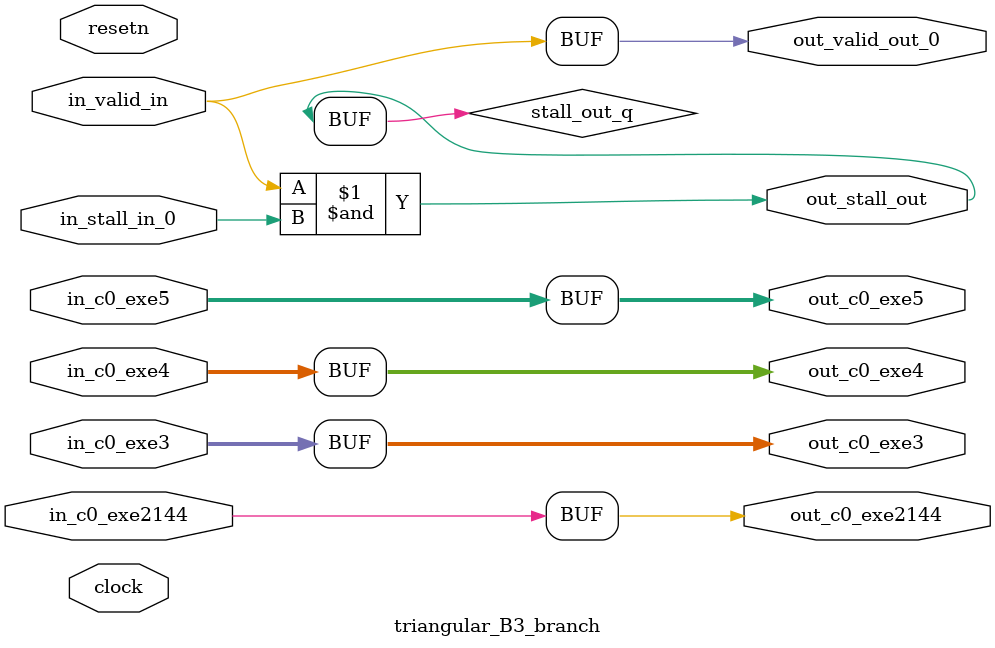
<source format=sv>



(* altera_attribute = "-name AUTO_SHIFT_REGISTER_RECOGNITION OFF; -name MESSAGE_DISABLE 10036; -name MESSAGE_DISABLE 10037; -name MESSAGE_DISABLE 14130; -name MESSAGE_DISABLE 14320; -name MESSAGE_DISABLE 15400; -name MESSAGE_DISABLE 14130; -name MESSAGE_DISABLE 10036; -name MESSAGE_DISABLE 12020; -name MESSAGE_DISABLE 12030; -name MESSAGE_DISABLE 12010; -name MESSAGE_DISABLE 12110; -name MESSAGE_DISABLE 14320; -name MESSAGE_DISABLE 13410; -name MESSAGE_DISABLE 113007; -name MESSAGE_DISABLE 10958" *)
module triangular_B3_branch (
    input wire [0:0] in_c0_exe2144,
    input wire [31:0] in_c0_exe3,
    input wire [31:0] in_c0_exe4,
    input wire [31:0] in_c0_exe5,
    input wire [0:0] in_stall_in_0,
    input wire [0:0] in_valid_in,
    output wire [0:0] out_c0_exe2144,
    output wire [31:0] out_c0_exe3,
    output wire [31:0] out_c0_exe4,
    output wire [31:0] out_c0_exe5,
    output wire [0:0] out_stall_out,
    output wire [0:0] out_valid_out_0,
    input wire clock,
    input wire resetn
    );

    wire [0:0] stall_out_q;


    // out_c0_exe2144(GPOUT,8)
    assign out_c0_exe2144 = in_c0_exe2144;

    // out_c0_exe3(GPOUT,9)
    assign out_c0_exe3 = in_c0_exe3;

    // out_c0_exe4(GPOUT,10)
    assign out_c0_exe4 = in_c0_exe4;

    // out_c0_exe5(GPOUT,11)
    assign out_c0_exe5 = in_c0_exe5;

    // stall_out(LOGICAL,14)
    assign stall_out_q = in_valid_in & in_stall_in_0;

    // out_stall_out(GPOUT,12)
    assign out_stall_out = stall_out_q;

    // out_valid_out_0(GPOUT,13)
    assign out_valid_out_0 = in_valid_in;

endmodule

</source>
